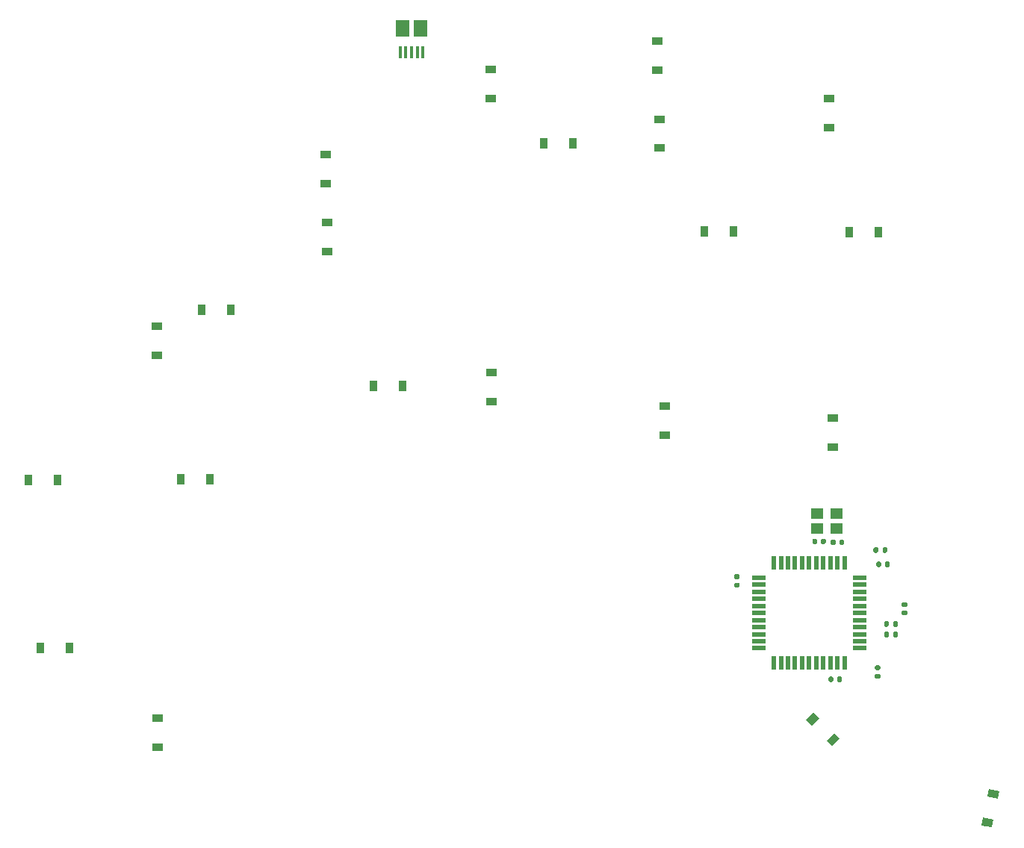
<source format=gbr>
%TF.GenerationSoftware,KiCad,Pcbnew,5.1.10*%
%TF.CreationDate,2021-10-18T20:14:54+02:00*%
%TF.ProjectId,pinkytyl_v2,70696e6b-7974-4796-9c5f-76322e6b6963,rev?*%
%TF.SameCoordinates,Original*%
%TF.FileFunction,Paste,Top*%
%TF.FilePolarity,Positive*%
%FSLAX46Y46*%
G04 Gerber Fmt 4.6, Leading zero omitted, Abs format (unit mm)*
G04 Created by KiCad (PCBNEW 5.1.10) date 2021-10-18 20:14:54*
%MOMM*%
%LPD*%
G01*
G04 APERTURE LIST*
%ADD10R,0.550000X1.500000*%
%ADD11R,1.500000X0.550000*%
%ADD12R,1.200000X0.900000*%
%ADD13R,1.500000X1.900000*%
%ADD14R,0.400000X1.350000*%
%ADD15R,1.400000X1.200000*%
%ADD16R,0.900000X1.200000*%
%ADD17C,0.100000*%
G04 APERTURE END LIST*
D10*
%TO.C,U1*%
X166920000Y-113770000D03*
X166120000Y-113770000D03*
X165320000Y-113770000D03*
X164520000Y-113770000D03*
X163720000Y-113770000D03*
X162920000Y-113770000D03*
X162120000Y-113770000D03*
X161320000Y-113770000D03*
X160520000Y-113770000D03*
X159720000Y-113770000D03*
X158920000Y-113770000D03*
D11*
X157220000Y-112070000D03*
X157220000Y-111270000D03*
X157220000Y-110470000D03*
X157220000Y-109670000D03*
X157220000Y-108870000D03*
X157220000Y-108070000D03*
X157220000Y-107270000D03*
X157220000Y-106470000D03*
X157220000Y-105670000D03*
X157220000Y-104870000D03*
X157220000Y-104070000D03*
D10*
X158920000Y-102370000D03*
X159720000Y-102370000D03*
X160520000Y-102370000D03*
X161320000Y-102370000D03*
X162120000Y-102370000D03*
X162920000Y-102370000D03*
X163720000Y-102370000D03*
X164520000Y-102370000D03*
X165320000Y-102370000D03*
X166120000Y-102370000D03*
X166920000Y-102370000D03*
D11*
X168620000Y-104070000D03*
X168620000Y-104870000D03*
X168620000Y-105670000D03*
X168620000Y-106470000D03*
X168620000Y-107270000D03*
X168620000Y-108070000D03*
X168620000Y-108870000D03*
X168620000Y-109670000D03*
X168620000Y-110470000D03*
X168620000Y-111270000D03*
X168620000Y-112070000D03*
%TD*%
D12*
%TO.C,D31*%
X89050000Y-123300000D03*
X89050000Y-120000000D03*
%TD*%
D13*
%TO.C,J3*%
X116840000Y-41772500D03*
D14*
X118490000Y-44472500D03*
X119140000Y-44472500D03*
X116540000Y-44472500D03*
X117190000Y-44472500D03*
X117840000Y-44472500D03*
D13*
X118840000Y-41772500D03*
%TD*%
D15*
%TO.C,Y1*%
X166050000Y-98490000D03*
X163850000Y-98490000D03*
X163850000Y-96790000D03*
X166050000Y-96790000D03*
%TD*%
%TO.C,C1*%
G36*
G01*
X154900000Y-105190000D02*
X154560000Y-105190000D01*
G75*
G02*
X154420000Y-105050000I0J140000D01*
G01*
X154420000Y-104770000D01*
G75*
G02*
X154560000Y-104630000I140000J0D01*
G01*
X154900000Y-104630000D01*
G75*
G02*
X155040000Y-104770000I0J-140000D01*
G01*
X155040000Y-105050000D01*
G75*
G02*
X154900000Y-105190000I-140000J0D01*
G01*
G37*
G36*
G01*
X154900000Y-104230000D02*
X154560000Y-104230000D01*
G75*
G02*
X154420000Y-104090000I0J140000D01*
G01*
X154420000Y-103810000D01*
G75*
G02*
X154560000Y-103670000I140000J0D01*
G01*
X154900000Y-103670000D01*
G75*
G02*
X155040000Y-103810000I0J-140000D01*
G01*
X155040000Y-104090000D01*
G75*
G02*
X154900000Y-104230000I-140000J0D01*
G01*
G37*
%TD*%
%TO.C,C2*%
G36*
G01*
X171490000Y-102720000D02*
X171490000Y-102380000D01*
G75*
G02*
X171630000Y-102240000I140000J0D01*
G01*
X171910000Y-102240000D01*
G75*
G02*
X172050000Y-102380000I0J-140000D01*
G01*
X172050000Y-102720000D01*
G75*
G02*
X171910000Y-102860000I-140000J0D01*
G01*
X171630000Y-102860000D01*
G75*
G02*
X171490000Y-102720000I0J140000D01*
G01*
G37*
G36*
G01*
X170530000Y-102720000D02*
X170530000Y-102380000D01*
G75*
G02*
X170670000Y-102240000I140000J0D01*
G01*
X170950000Y-102240000D01*
G75*
G02*
X171090000Y-102380000I0J-140000D01*
G01*
X171090000Y-102720000D01*
G75*
G02*
X170950000Y-102860000I-140000J0D01*
G01*
X170670000Y-102860000D01*
G75*
G02*
X170530000Y-102720000I0J140000D01*
G01*
G37*
%TD*%
%TO.C,C3*%
G36*
G01*
X170510000Y-114010000D02*
X170850000Y-114010000D01*
G75*
G02*
X170990000Y-114150000I0J-140000D01*
G01*
X170990000Y-114430000D01*
G75*
G02*
X170850000Y-114570000I-140000J0D01*
G01*
X170510000Y-114570000D01*
G75*
G02*
X170370000Y-114430000I0J140000D01*
G01*
X170370000Y-114150000D01*
G75*
G02*
X170510000Y-114010000I140000J0D01*
G01*
G37*
G36*
G01*
X170510000Y-114970000D02*
X170850000Y-114970000D01*
G75*
G02*
X170990000Y-115110000I0J-140000D01*
G01*
X170990000Y-115390000D01*
G75*
G02*
X170850000Y-115530000I-140000J0D01*
G01*
X170510000Y-115530000D01*
G75*
G02*
X170370000Y-115390000I0J140000D01*
G01*
X170370000Y-115110000D01*
G75*
G02*
X170510000Y-114970000I140000J0D01*
G01*
G37*
%TD*%
%TO.C,C4*%
G36*
G01*
X164800000Y-99780000D02*
X164800000Y-100120000D01*
G75*
G02*
X164660000Y-100260000I-140000J0D01*
G01*
X164380000Y-100260000D01*
G75*
G02*
X164240000Y-100120000I0J140000D01*
G01*
X164240000Y-99780000D01*
G75*
G02*
X164380000Y-99640000I140000J0D01*
G01*
X164660000Y-99640000D01*
G75*
G02*
X164800000Y-99780000I0J-140000D01*
G01*
G37*
G36*
G01*
X163840000Y-99780000D02*
X163840000Y-100120000D01*
G75*
G02*
X163700000Y-100260000I-140000J0D01*
G01*
X163420000Y-100260000D01*
G75*
G02*
X163280000Y-100120000I0J140000D01*
G01*
X163280000Y-99780000D01*
G75*
G02*
X163420000Y-99640000I140000J0D01*
G01*
X163700000Y-99640000D01*
G75*
G02*
X163840000Y-99780000I0J-140000D01*
G01*
G37*
%TD*%
%TO.C,C5*%
G36*
G01*
X166340000Y-100220000D02*
X166340000Y-99880000D01*
G75*
G02*
X166480000Y-99740000I140000J0D01*
G01*
X166760000Y-99740000D01*
G75*
G02*
X166900000Y-99880000I0J-140000D01*
G01*
X166900000Y-100220000D01*
G75*
G02*
X166760000Y-100360000I-140000J0D01*
G01*
X166480000Y-100360000D01*
G75*
G02*
X166340000Y-100220000I0J140000D01*
G01*
G37*
G36*
G01*
X165380000Y-100220000D02*
X165380000Y-99880000D01*
G75*
G02*
X165520000Y-99740000I140000J0D01*
G01*
X165800000Y-99740000D01*
G75*
G02*
X165940000Y-99880000I0J-140000D01*
G01*
X165940000Y-100220000D01*
G75*
G02*
X165800000Y-100360000I-140000J0D01*
G01*
X165520000Y-100360000D01*
G75*
G02*
X165380000Y-100220000I0J140000D01*
G01*
G37*
%TD*%
%TO.C,C6*%
G36*
G01*
X166070000Y-115770000D02*
X166070000Y-115430000D01*
G75*
G02*
X166210000Y-115290000I140000J0D01*
G01*
X166490000Y-115290000D01*
G75*
G02*
X166630000Y-115430000I0J-140000D01*
G01*
X166630000Y-115770000D01*
G75*
G02*
X166490000Y-115910000I-140000J0D01*
G01*
X166210000Y-115910000D01*
G75*
G02*
X166070000Y-115770000I0J140000D01*
G01*
G37*
G36*
G01*
X165110000Y-115770000D02*
X165110000Y-115430000D01*
G75*
G02*
X165250000Y-115290000I140000J0D01*
G01*
X165530000Y-115290000D01*
G75*
G02*
X165670000Y-115430000I0J-140000D01*
G01*
X165670000Y-115770000D01*
G75*
G02*
X165530000Y-115910000I-140000J0D01*
G01*
X165250000Y-115910000D01*
G75*
G02*
X165110000Y-115770000I0J140000D01*
G01*
G37*
%TD*%
%TO.C,C7*%
G36*
G01*
X173890000Y-108350000D02*
X173550000Y-108350000D01*
G75*
G02*
X173410000Y-108210000I0J140000D01*
G01*
X173410000Y-107930000D01*
G75*
G02*
X173550000Y-107790000I140000J0D01*
G01*
X173890000Y-107790000D01*
G75*
G02*
X174030000Y-107930000I0J-140000D01*
G01*
X174030000Y-108210000D01*
G75*
G02*
X173890000Y-108350000I-140000J0D01*
G01*
G37*
G36*
G01*
X173890000Y-107390000D02*
X173550000Y-107390000D01*
G75*
G02*
X173410000Y-107250000I0J140000D01*
G01*
X173410000Y-106970000D01*
G75*
G02*
X173550000Y-106830000I140000J0D01*
G01*
X173890000Y-106830000D01*
G75*
G02*
X174030000Y-106970000I0J-140000D01*
G01*
X174030000Y-107250000D01*
G75*
G02*
X173890000Y-107390000I-140000J0D01*
G01*
G37*
%TD*%
D12*
%TO.C,D0*%
X108070000Y-56100000D03*
X108070000Y-59400000D03*
%TD*%
%TO.C,D10*%
X88950000Y-78880000D03*
X88950000Y-75580000D03*
%TD*%
D16*
%TO.C,D11*%
X94060000Y-73670000D03*
X97360000Y-73670000D03*
%TD*%
D12*
%TO.C,D12*%
X126840000Y-46390000D03*
X126840000Y-49690000D03*
%TD*%
%TO.C,D13*%
X145710000Y-46540000D03*
X145710000Y-43240000D03*
%TD*%
%TO.C,D14*%
X145960000Y-55350000D03*
X145960000Y-52050000D03*
%TD*%
%TO.C,D15*%
X165170000Y-49720000D03*
X165170000Y-53020000D03*
%TD*%
D16*
%TO.C,D20*%
X74410000Y-93020000D03*
X77710000Y-93020000D03*
%TD*%
%TO.C,D21*%
X91650000Y-92940000D03*
X94950000Y-92940000D03*
%TD*%
D12*
%TO.C,D22*%
X108260000Y-67100000D03*
X108260000Y-63800000D03*
%TD*%
D16*
%TO.C,D23*%
X136120000Y-54760000D03*
X132820000Y-54760000D03*
%TD*%
%TO.C,D24*%
X154310000Y-64830000D03*
X151010000Y-64830000D03*
%TD*%
%TO.C,D25*%
X167450000Y-64860000D03*
X170750000Y-64860000D03*
%TD*%
%TO.C,D30*%
X79040000Y-112010000D03*
X75740000Y-112010000D03*
%TD*%
%TO.C,D32*%
X113510000Y-82340000D03*
X116810000Y-82340000D03*
%TD*%
D12*
%TO.C,D33*%
X126930000Y-84080000D03*
X126930000Y-80780000D03*
%TD*%
%TO.C,D34*%
X146510000Y-87870000D03*
X146510000Y-84570000D03*
%TD*%
%TO.C,D35*%
X165610000Y-85940000D03*
X165610000Y-89240000D03*
%TD*%
D17*
%TO.C,D40*%
G36*
X164894264Y-122532792D02*
G01*
X165742792Y-121684264D01*
X166379188Y-122320660D01*
X165530660Y-123169188D01*
X164894264Y-122532792D01*
G37*
G36*
X162560812Y-120199340D02*
G01*
X163409340Y-119350812D01*
X164045736Y-119987208D01*
X163197208Y-120835736D01*
X162560812Y-120199340D01*
G37*
%TD*%
%TO.C,D41*%
G36*
X183648277Y-132385903D02*
G01*
X182470325Y-132156932D01*
X182642053Y-131273467D01*
X183820005Y-131502438D01*
X183648277Y-132385903D01*
G37*
G36*
X184277947Y-129146533D02*
G01*
X183099995Y-128917562D01*
X183271723Y-128034097D01*
X184449675Y-128263068D01*
X184277947Y-129146533D01*
G37*
%TD*%
%TO.C,R1*%
G36*
G01*
X172430000Y-109495000D02*
X172430000Y-109125000D01*
G75*
G02*
X172565000Y-108990000I135000J0D01*
G01*
X172835000Y-108990000D01*
G75*
G02*
X172970000Y-109125000I0J-135000D01*
G01*
X172970000Y-109495000D01*
G75*
G02*
X172835000Y-109630000I-135000J0D01*
G01*
X172565000Y-109630000D01*
G75*
G02*
X172430000Y-109495000I0J135000D01*
G01*
G37*
G36*
G01*
X171410000Y-109495000D02*
X171410000Y-109125000D01*
G75*
G02*
X171545000Y-108990000I135000J0D01*
G01*
X171815000Y-108990000D01*
G75*
G02*
X171950000Y-109125000I0J-135000D01*
G01*
X171950000Y-109495000D01*
G75*
G02*
X171815000Y-109630000I-135000J0D01*
G01*
X171545000Y-109630000D01*
G75*
G02*
X171410000Y-109495000I0J135000D01*
G01*
G37*
%TD*%
%TO.C,R2*%
G36*
G01*
X171430000Y-110675000D02*
X171430000Y-110305000D01*
G75*
G02*
X171565000Y-110170000I135000J0D01*
G01*
X171835000Y-110170000D01*
G75*
G02*
X171970000Y-110305000I0J-135000D01*
G01*
X171970000Y-110675000D01*
G75*
G02*
X171835000Y-110810000I-135000J0D01*
G01*
X171565000Y-110810000D01*
G75*
G02*
X171430000Y-110675000I0J135000D01*
G01*
G37*
G36*
G01*
X172450000Y-110675000D02*
X172450000Y-110305000D01*
G75*
G02*
X172585000Y-110170000I135000J0D01*
G01*
X172855000Y-110170000D01*
G75*
G02*
X172990000Y-110305000I0J-135000D01*
G01*
X172990000Y-110675000D01*
G75*
G02*
X172855000Y-110810000I-135000J0D01*
G01*
X172585000Y-110810000D01*
G75*
G02*
X172450000Y-110675000I0J135000D01*
G01*
G37*
%TD*%
%TO.C,R3*%
G36*
G01*
X170210000Y-101115000D02*
X170210000Y-100745000D01*
G75*
G02*
X170345000Y-100610000I135000J0D01*
G01*
X170615000Y-100610000D01*
G75*
G02*
X170750000Y-100745000I0J-135000D01*
G01*
X170750000Y-101115000D01*
G75*
G02*
X170615000Y-101250000I-135000J0D01*
G01*
X170345000Y-101250000D01*
G75*
G02*
X170210000Y-101115000I0J135000D01*
G01*
G37*
G36*
G01*
X171230000Y-101115000D02*
X171230000Y-100745000D01*
G75*
G02*
X171365000Y-100610000I135000J0D01*
G01*
X171635000Y-100610000D01*
G75*
G02*
X171770000Y-100745000I0J-135000D01*
G01*
X171770000Y-101115000D01*
G75*
G02*
X171635000Y-101250000I-135000J0D01*
G01*
X171365000Y-101250000D01*
G75*
G02*
X171230000Y-101115000I0J135000D01*
G01*
G37*
%TD*%
M02*

</source>
